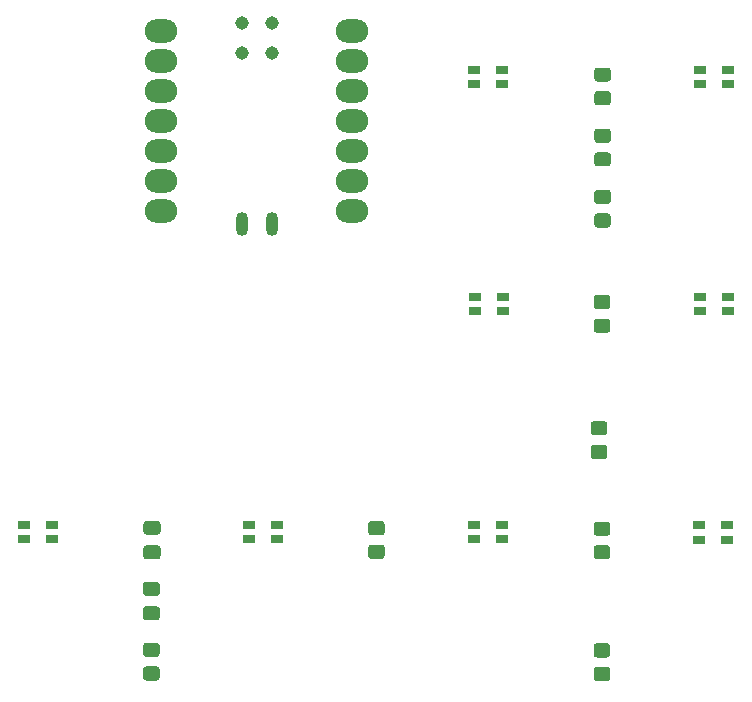
<source format=gbr>
%TF.GenerationSoftware,KiCad,Pcbnew,5.1.9+dfsg1-1*%
%TF.CreationDate,2021-09-07T23:13:06+02:00*%
%TF.ProjectId,streamdeck,73747265-616d-4646-9563-6b2e6b696361,rev?*%
%TF.SameCoordinates,Original*%
%TF.FileFunction,Paste,Top*%
%TF.FilePolarity,Positive*%
%FSLAX46Y46*%
G04 Gerber Fmt 4.6, Leading zero omitted, Abs format (unit mm)*
G04 Created by KiCad (PCBNEW 5.1.9+dfsg1-1) date 2021-09-07 23:13:06*
%MOMM*%
%LPD*%
G01*
G04 APERTURE LIST*
%ADD10R,1.100000X0.800000*%
%ADD11O,2.748280X1.998980*%
%ADD12O,1.016000X2.032000*%
%ADD13C,1.143000*%
G04 APERTURE END LIST*
%TO.C,R7_8*%
G36*
G01*
X13650001Y-65775000D02*
X12749999Y-65775000D01*
G75*
G02*
X12500000Y-65525001I0J249999D01*
G01*
X12500000Y-64824999D01*
G75*
G02*
X12749999Y-64575000I249999J0D01*
G01*
X13650001Y-64575000D01*
G75*
G02*
X13900000Y-64824999I0J-249999D01*
G01*
X13900000Y-65525001D01*
G75*
G02*
X13650001Y-65775000I-249999J0D01*
G01*
G37*
G36*
G01*
X13650001Y-67775000D02*
X12749999Y-67775000D01*
G75*
G02*
X12500000Y-67525001I0J249999D01*
G01*
X12500000Y-66824999D01*
G75*
G02*
X12749999Y-66575000I249999J0D01*
G01*
X13650001Y-66575000D01*
G75*
G02*
X13900000Y-66824999I0J-249999D01*
G01*
X13900000Y-67525001D01*
G75*
G02*
X13650001Y-67775000I-249999J0D01*
G01*
G37*
%TD*%
%TO.C,R10*%
G36*
G01*
X13650001Y-70950000D02*
X12749999Y-70950000D01*
G75*
G02*
X12500000Y-70700001I0J249999D01*
G01*
X12500000Y-69999999D01*
G75*
G02*
X12749999Y-69750000I249999J0D01*
G01*
X13650001Y-69750000D01*
G75*
G02*
X13900000Y-69999999I0J-249999D01*
G01*
X13900000Y-70700001D01*
G75*
G02*
X13650001Y-70950000I-249999J0D01*
G01*
G37*
G36*
G01*
X13650001Y-72950000D02*
X12749999Y-72950000D01*
G75*
G02*
X12500000Y-72700001I0J249999D01*
G01*
X12500000Y-71999999D01*
G75*
G02*
X12749999Y-71750000I249999J0D01*
G01*
X13650001Y-71750000D01*
G75*
G02*
X13900000Y-71999999I0J-249999D01*
G01*
X13900000Y-72700001D01*
G75*
G02*
X13650001Y-72950000I-249999J0D01*
G01*
G37*
%TD*%
%TO.C,R9*%
G36*
G01*
X13650001Y-60600000D02*
X12749999Y-60600000D01*
G75*
G02*
X12500000Y-60350001I0J249999D01*
G01*
X12500000Y-59649999D01*
G75*
G02*
X12749999Y-59400000I249999J0D01*
G01*
X13650001Y-59400000D01*
G75*
G02*
X13900000Y-59649999I0J-249999D01*
G01*
X13900000Y-60350001D01*
G75*
G02*
X13650001Y-60600000I-249999J0D01*
G01*
G37*
G36*
G01*
X13650001Y-62600000D02*
X12749999Y-62600000D01*
G75*
G02*
X12500000Y-62350001I0J249999D01*
G01*
X12500000Y-61649999D01*
G75*
G02*
X12749999Y-61400000I249999J0D01*
G01*
X13650001Y-61400000D01*
G75*
G02*
X13900000Y-61649999I0J-249999D01*
G01*
X13900000Y-62350001D01*
G75*
G02*
X13650001Y-62600000I-249999J0D01*
G01*
G37*
%TD*%
%TO.C,R6*%
G36*
G01*
X13600001Y-79850000D02*
X12699999Y-79850000D01*
G75*
G02*
X12450000Y-79600001I0J249999D01*
G01*
X12450000Y-78899999D01*
G75*
G02*
X12699999Y-78650000I249999J0D01*
G01*
X13600001Y-78650000D01*
G75*
G02*
X13850000Y-78899999I0J-249999D01*
G01*
X13850000Y-79600001D01*
G75*
G02*
X13600001Y-79850000I-249999J0D01*
G01*
G37*
G36*
G01*
X13600001Y-81850000D02*
X12699999Y-81850000D01*
G75*
G02*
X12450000Y-81600001I0J249999D01*
G01*
X12450000Y-80899999D01*
G75*
G02*
X12699999Y-80650000I249999J0D01*
G01*
X13600001Y-80650000D01*
G75*
G02*
X13850000Y-80899999I0J-249999D01*
G01*
X13850000Y-81600001D01*
G75*
G02*
X13600001Y-81850000I-249999J0D01*
G01*
G37*
%TD*%
%TO.C,R5*%
G36*
G01*
X13350001Y-90550000D02*
X12449999Y-90550000D01*
G75*
G02*
X12200000Y-90300001I0J249999D01*
G01*
X12200000Y-89599999D01*
G75*
G02*
X12449999Y-89350000I249999J0D01*
G01*
X13350001Y-89350000D01*
G75*
G02*
X13600000Y-89599999I0J-249999D01*
G01*
X13600000Y-90300001D01*
G75*
G02*
X13350001Y-90550000I-249999J0D01*
G01*
G37*
G36*
G01*
X13350001Y-92550000D02*
X12449999Y-92550000D01*
G75*
G02*
X12200000Y-92300001I0J249999D01*
G01*
X12200000Y-91599999D01*
G75*
G02*
X12449999Y-91350000I249999J0D01*
G01*
X13350001Y-91350000D01*
G75*
G02*
X13600000Y-91599999I0J-249999D01*
G01*
X13600000Y-92300001D01*
G75*
G02*
X13350001Y-92550000I-249999J0D01*
G01*
G37*
%TD*%
%TO.C,R4*%
G36*
G01*
X13600001Y-99050000D02*
X12699999Y-99050000D01*
G75*
G02*
X12450000Y-98800001I0J249999D01*
G01*
X12450000Y-98099999D01*
G75*
G02*
X12699999Y-97850000I249999J0D01*
G01*
X13600001Y-97850000D01*
G75*
G02*
X13850000Y-98099999I0J-249999D01*
G01*
X13850000Y-98800001D01*
G75*
G02*
X13600001Y-99050000I-249999J0D01*
G01*
G37*
G36*
G01*
X13600001Y-101050000D02*
X12699999Y-101050000D01*
G75*
G02*
X12450000Y-100800001I0J249999D01*
G01*
X12450000Y-100099999D01*
G75*
G02*
X12699999Y-99850000I249999J0D01*
G01*
X13600001Y-99850000D01*
G75*
G02*
X13850000Y-100099999I0J-249999D01*
G01*
X13850000Y-100800001D01*
G75*
G02*
X13600001Y-101050000I-249999J0D01*
G01*
G37*
%TD*%
%TO.C,R3*%
G36*
G01*
X13600001Y-109350000D02*
X12699999Y-109350000D01*
G75*
G02*
X12450000Y-109100001I0J249999D01*
G01*
X12450000Y-108399999D01*
G75*
G02*
X12699999Y-108150000I249999J0D01*
G01*
X13600001Y-108150000D01*
G75*
G02*
X13850000Y-108399999I0J-249999D01*
G01*
X13850000Y-109100001D01*
G75*
G02*
X13600001Y-109350000I-249999J0D01*
G01*
G37*
G36*
G01*
X13600001Y-111350000D02*
X12699999Y-111350000D01*
G75*
G02*
X12450000Y-111100001I0J249999D01*
G01*
X12450000Y-110399999D01*
G75*
G02*
X12699999Y-110150000I249999J0D01*
G01*
X13600001Y-110150000D01*
G75*
G02*
X13850000Y-110399999I0J-249999D01*
G01*
X13850000Y-111100001D01*
G75*
G02*
X13600001Y-111350000I-249999J0D01*
G01*
G37*
%TD*%
%TO.C,R2*%
G36*
G01*
X-5499999Y-99000000D02*
X-6400001Y-99000000D01*
G75*
G02*
X-6650000Y-98750001I0J249999D01*
G01*
X-6650000Y-98049999D01*
G75*
G02*
X-6400001Y-97800000I249999J0D01*
G01*
X-5499999Y-97800000D01*
G75*
G02*
X-5250000Y-98049999I0J-249999D01*
G01*
X-5250000Y-98750001D01*
G75*
G02*
X-5499999Y-99000000I-249999J0D01*
G01*
G37*
G36*
G01*
X-5499999Y-101000000D02*
X-6400001Y-101000000D01*
G75*
G02*
X-6650000Y-100750001I0J249999D01*
G01*
X-6650000Y-100049999D01*
G75*
G02*
X-6400001Y-99800000I249999J0D01*
G01*
X-5499999Y-99800000D01*
G75*
G02*
X-5250000Y-100049999I0J-249999D01*
G01*
X-5250000Y-100750001D01*
G75*
G02*
X-5499999Y-101000000I-249999J0D01*
G01*
G37*
%TD*%
D10*
%TO.C,LEDKEY8*%
X21450000Y-59600000D03*
X23780000Y-59600000D03*
X23780000Y-60800000D03*
X21450000Y-60800000D03*
%TD*%
%TO.C,LEDKEY7*%
X2350000Y-59600000D03*
X4680000Y-59600000D03*
X4680000Y-60800000D03*
X2350000Y-60800000D03*
%TD*%
%TO.C,LEDKEY6*%
X21450000Y-78850000D03*
X23780000Y-78850000D03*
X23780000Y-80050000D03*
X21450000Y-80050000D03*
%TD*%
%TO.C,LEDKEY5*%
X2400000Y-78850000D03*
X4730000Y-78850000D03*
X4730000Y-80050000D03*
X2400000Y-80050000D03*
%TD*%
%TO.C,LEDKEY4*%
X21400000Y-98166666D03*
X23730000Y-98166666D03*
X23730000Y-99366666D03*
X21400000Y-99366666D03*
%TD*%
%TO.C,LEDKEY3*%
X2350000Y-98150000D03*
X4680000Y-98150000D03*
X4680000Y-99350000D03*
X2350000Y-99350000D03*
%TD*%
%TO.C,LEDKEY2*%
X-16700000Y-98150000D03*
X-14370000Y-98150000D03*
X-14370000Y-99350000D03*
X-16700000Y-99350000D03*
%TD*%
%TO.C,LEDKEY1*%
X-35750000Y-98100000D03*
X-33420000Y-98100000D03*
X-33420000Y-99300000D03*
X-35750000Y-99300000D03*
%TD*%
%TO.C,C2*%
G36*
G01*
X-24475000Y-98962500D02*
X-25425000Y-98962500D01*
G75*
G02*
X-25675000Y-98712500I0J250000D01*
G01*
X-25675000Y-98037500D01*
G75*
G02*
X-25425000Y-97787500I250000J0D01*
G01*
X-24475000Y-97787500D01*
G75*
G02*
X-24225000Y-98037500I0J-250000D01*
G01*
X-24225000Y-98712500D01*
G75*
G02*
X-24475000Y-98962500I-250000J0D01*
G01*
G37*
G36*
G01*
X-24475000Y-101037500D02*
X-25425000Y-101037500D01*
G75*
G02*
X-25675000Y-100787500I0J250000D01*
G01*
X-25675000Y-100112500D01*
G75*
G02*
X-25425000Y-99862500I250000J0D01*
G01*
X-24475000Y-99862500D01*
G75*
G02*
X-24225000Y-100112500I0J-250000D01*
G01*
X-24225000Y-100787500D01*
G75*
G02*
X-24475000Y-101037500I-250000J0D01*
G01*
G37*
%TD*%
%TO.C,C1*%
G36*
G01*
X-24525000Y-104121250D02*
X-25475000Y-104121250D01*
G75*
G02*
X-25725000Y-103871250I0J250000D01*
G01*
X-25725000Y-103196250D01*
G75*
G02*
X-25475000Y-102946250I250000J0D01*
G01*
X-24525000Y-102946250D01*
G75*
G02*
X-24275000Y-103196250I0J-250000D01*
G01*
X-24275000Y-103871250D01*
G75*
G02*
X-24525000Y-104121250I-250000J0D01*
G01*
G37*
G36*
G01*
X-24525000Y-106196250D02*
X-25475000Y-106196250D01*
G75*
G02*
X-25725000Y-105946250I0J250000D01*
G01*
X-25725000Y-105271250D01*
G75*
G02*
X-25475000Y-105021250I250000J0D01*
G01*
X-24525000Y-105021250D01*
G75*
G02*
X-24275000Y-105271250I0J-250000D01*
G01*
X-24275000Y-105946250D01*
G75*
G02*
X-24525000Y-106196250I-250000J0D01*
G01*
G37*
%TD*%
%TO.C,R1*%
G36*
G01*
X-24549999Y-111300000D02*
X-25450001Y-111300000D01*
G75*
G02*
X-25700000Y-111050001I0J249999D01*
G01*
X-25700000Y-110349999D01*
G75*
G02*
X-25450001Y-110100000I249999J0D01*
G01*
X-24549999Y-110100000D01*
G75*
G02*
X-24300000Y-110349999I0J-249999D01*
G01*
X-24300000Y-111050001D01*
G75*
G02*
X-24549999Y-111300000I-249999J0D01*
G01*
G37*
G36*
G01*
X-24549999Y-109300000D02*
X-25450001Y-109300000D01*
G75*
G02*
X-25700000Y-109050001I0J249999D01*
G01*
X-25700000Y-108349999D01*
G75*
G02*
X-25450001Y-108100000I249999J0D01*
G01*
X-24549999Y-108100000D01*
G75*
G02*
X-24300000Y-108349999I0J-249999D01*
G01*
X-24300000Y-109050001D01*
G75*
G02*
X-24549999Y-109300000I-249999J0D01*
G01*
G37*
%TD*%
D11*
%TO.C,U1*%
X-8002320Y-56312180D03*
X-8002320Y-58852180D03*
X-8002320Y-61392180D03*
X-8002320Y-63932180D03*
X-8002320Y-66472180D03*
X-8002320Y-69012180D03*
X-8002320Y-71552180D03*
X-24166880Y-71552180D03*
X-24166880Y-69012180D03*
X-24166880Y-66472180D03*
X-24166880Y-63932180D03*
X-24166880Y-61392180D03*
X-24166880Y-58852180D03*
X-24166880Y-56312180D03*
D12*
X-17300000Y-72630000D03*
X-14750000Y-72630000D03*
D13*
X-17301197Y-55625813D03*
X-14761197Y-55625813D03*
X-17301197Y-58165813D03*
X-14761197Y-58165813D03*
%TD*%
M02*

</source>
